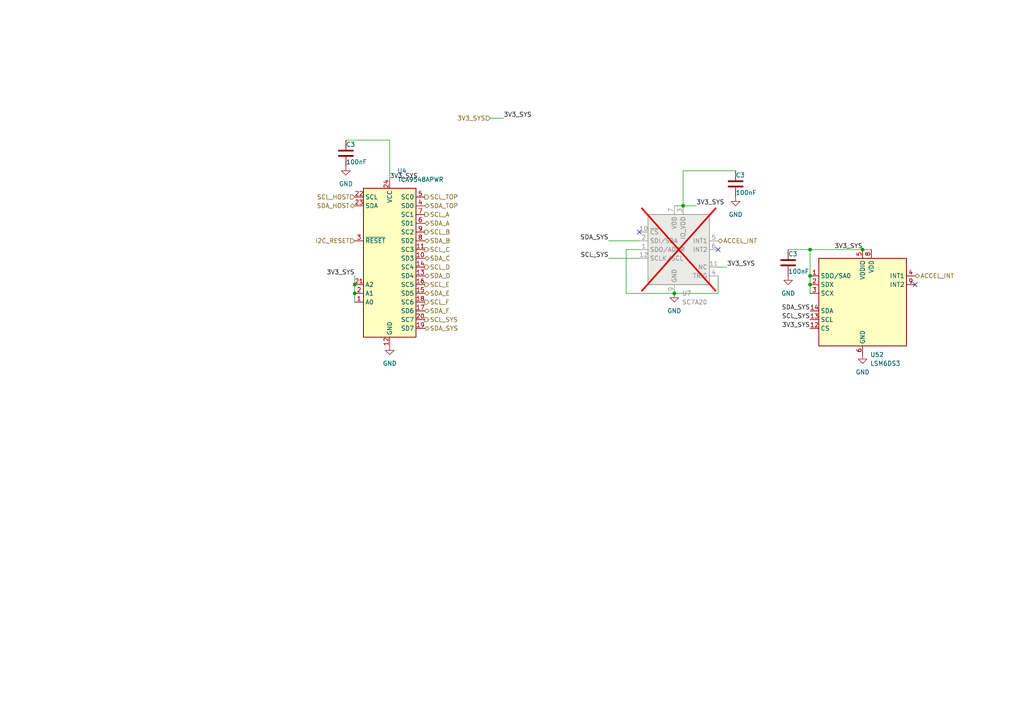
<source format=kicad_sch>
(kicad_sch (version 20230121) (generator eeschema)
  (paper "A4")
  (lib_symbols
    (symbol "Device:C" (pin_numbers hide) (pin_names (offset 0.254))
      (property "Reference" "C" (at 0.635 2.54 0))
      (property "Value" "C" (at 0.635 -2.54 0))
      (symbol "C_0_1"
        (polyline (pts (xy -2.032 -0.762) (xy 2.032 -0.762)) (stroke (width 0.508)))
        (polyline (pts (xy -2.032 0.762) (xy 2.032 0.762)) (stroke (width 0.508)))
      )
      (symbol "C_1_1"
        (pin passive line (at 0 3.81 270) (length 2.794) (name "~") (number "1"))
        (pin passive line (at 0 -3.81 90) (length 2.794) (name "~") (number "2"))
      )
    )
    (symbol "Interface_Expansion:TCA9548APWR"
      (property "Reference" "U" (at -7.62 21.59 0))
      (property "Value" "TCA9548APWR" (at 1.016 21.59 0))
      (symbol "TCA9548APWR_0_1"
        (rectangle (start -7.62 20.32) (end 7.62 -22.86) (stroke (width 0.254)) (fill (type background)))
      )
      (symbol "TCA9548APWR_1_1"
        (pin input line (at -10.16 -12.7 0) (length 2.54) (name "A0") (number "1"))
        (pin bidirectional line (at 10.16 0 180) (length 2.54) (name "SD3") (number "10"))
        (pin output line (at 10.16 2.54 180) (length 2.54) (name "SC3") (number "11"))
        (pin power_in line (at 0 -25.4 90) (length 2.54) (name "GND") (number "12"))
        (pin bidirectional line (at 10.16 -5.08 180) (length 2.54) (name "SD4") (number "13"))
        (pin output line (at 10.16 -2.54 180) (length 2.54) (name "SC4") (number "14"))
        (pin bidirectional line (at 10.16 -10.16 180) (length 2.54) (name "SD5") (number "15"))
        (pin output line (at 10.16 -7.62 180) (length 2.54) (name "SC5") (number "16"))
        (pin bidirectional line (at 10.16 -15.24 180) (length 2.54) (name "SD6") (number "17"))
        (pin output line (at 10.16 -12.7 180) (length 2.54) (name "SC6") (number "18"))
        (pin bidirectional line (at 10.16 -20.32 180) (length 2.54) (name "SD7") (number "19"))
        (pin input line (at -10.16 -10.16 0) (length 2.54) (name "A1") (number "2"))
        (pin output line (at 10.16 -17.78 180) (length 2.54) (name "SC7") (number "20"))
        (pin input line (at -10.16 -7.62 0) (length 2.54) (name "A2") (number "21"))
        (pin input line (at -10.16 17.78 0) (length 2.54) (name "SCL") (number "22"))
        (pin bidirectional line (at -10.16 15.24 0) (length 2.54) (name "SDA") (number "23"))
        (pin power_in line (at 0 22.86 270) (length 2.54) (name "VCC") (number "24"))
        (pin input line (at -10.16 5.08 0) (length 2.54) (name "~{RESET}") (number "3"))
        (pin bidirectional line (at 10.16 15.24 180) (length 2.54) (name "SD0") (number "4"))
        (pin output line (at 10.16 17.78 180) (length 2.54) (name "SC0") (number "5"))
        (pin bidirectional line (at 10.16 10.16 180) (length 2.54) (name "SD1") (number "6"))
        (pin output line (at 10.16 12.7 180) (length 2.54) (name "SC1") (number "7"))
        (pin bidirectional line (at 10.16 5.08 180) (length 2.54) (name "SD2") (number "8"))
        (pin output line (at 10.16 7.62 180) (length 2.54) (name "SC2") (number "9"))
      )
    )
    (symbol "Sensor_Motion:KX022-1020"
      (property "Reference" "U" (at -5.08 11.43 0))
      (property "Value" "KX022-1020" (at 3.81 11.43 0))
      (symbol "KX022-1020_0_1"
        (rectangle (start -7.62 10.16) (end 10.16 -10.16) (stroke (width 0.254)) (fill (type background)))
      )
      (symbol "KX022-1020_1_1"
        (pin bidirectional line (at -10.16 0 0) (length 2.54) (name "SDO/ADDR") (number "1"))
        (pin input line (at -10.16 5.08 0) (length 2.54) (name "~{CS}") (number "10"))
        (pin passive line (at 12.7 -5.08 180) (length 2.54) (name "NC") (number "11"))
        (pin input line (at -10.16 -2.54 0) (length 2.54) (name "SCLK/SCL") (number "12"))
        (pin bidirectional line (at -10.16 2.54 0) (length 2.54) (name "SDI/SDA") (number "2"))
        (pin power_in line (at 2.54 12.7 270) (length 2.54) (name "IO_VDD") (number "3"))
        (pin input line (at 12.7 -7.62 180) (length 2.54) (name "TRIG") (number "4"))
        (pin output line (at 12.7 2.54 180) (length 2.54) (name "INT1") (number "5"))
        (pin output line (at 12.7 0 180) (length 2.54) (name "INT2") (number "6"))
        (pin power_in line (at 0 12.7 270) (length 2.54) (name "VDD") (number "7"))
        (pin power_in line (at 0 -12.7 90) (length 2.54) (name "GND") (number "9"))
      )
    )
    (symbol "Sensor_Motion:LSM6DS3"
      (property "Reference" "U" (at -11.43 15.24 0))
      (property "Value" "LSM6DS3" (at -11.43 12.7 0))
      (symbol "LSM6DS3_0_1"
        (rectangle (start -12.7 12.7) (end 12.7 -12.7) (stroke (width 0.254)) (fill (type background)))
      )
      (symbol "LSM6DS3_1_1"
        (pin bidirectional line (at -15.24 7.62 0) (length 2.54) (name "SDO/SA0") (number "1"))
        (pin no_connect line (at 12.7 -5.08 180) (length 3.81) hide (name "NC") (number "10"))
        (pin no_connect line (at 12.7 -2.54 180) (length 3.81) hide (name "NC") (number "11"))
        (pin input line (at -15.24 -7.62 0) (length 2.54) (name "CS") (number "12"))
        (pin input line (at -15.24 -5.08 0) (length 2.54) (name "SCL") (number "13"))
        (pin bidirectional line (at -15.24 -2.54 0) (length 2.54) (name "SDA") (number "14"))
        (pin bidirectional line (at -15.24 5.08 0) (length 2.54) (name "SDX") (number "2"))
        (pin input line (at -15.24 2.54 0) (length 2.54) (name "SCX") (number "3"))
        (pin output line (at 15.24 7.62 180) (length 2.54) (name "INT1") (number "4"))
        (pin power_in line (at 0 15.24 270) (length 2.54) (name "VDDIO") (number "5"))
        (pin power_in line (at 0 -15.24 90) (length 2.54) (name "GND") (number "6"))
        (pin passive line (at 0 -15.24 90) (length 2.54) hide (name "GND") (number "7"))
        (pin power_in line (at 2.54 15.24 270) (length 2.54) (name "VDD") (number "8"))
        (pin output line (at 15.24 5.08 180) (length 2.54) (name "INT2") (number "9"))
      )
    )
    (symbol "power:GND" (power) (pin_names (offset 0))
      (property "Value" "GND" (at 0 -3.81 0))
      (symbol "GND_0_1"
        (polyline (pts (xy 0 0) (xy 0 -1.27) (xy 1.27 -1.27) (xy 0 -2.54) (xy -1.27 -1.27) (xy 0 -1.27)))
      )
      (symbol "GND_1_1"
        (pin power_in line (at 0 0 270) (length 0) hide (name "GND") (number "1"))
      )
    )
  )
  (junction (at 234.95 80.01))
  (junction (at 234.95 82.55))
  (junction (at 102.87 85.09))
  (junction (at 250.19 72.39))
  (junction (at 102.87 82.55))
  (junction (at 234.95 72.39))
  (junction (at 198.12 59.69))
  (junction (at 195.58 85.09))
  (no_connect (at 208.28 72.39))
  (no_connect (at 185.42 67.31))
  (no_connect (at 265.43 82.55))
  (wire (pts (xy 102.87 82.55) (xy 102.87 85.09)))
  (wire (pts (xy 198.12 59.69) (xy 201.93 59.69)))
  (wire (pts (xy 176.53 74.93) (xy 185.42 74.93)))
  (wire (pts (xy 113.03 40.64) (xy 100.33 40.64)))
  (wire (pts (xy 208.28 85.09) (xy 195.58 85.09)))
  (wire (pts (xy 176.53 69.85) (xy 185.42 69.85)))
  (wire (pts (xy 234.95 80.01) (xy 234.95 72.39)))
  (wire (pts (xy 213.36 49.53) (xy 198.12 49.53)))
  (wire (pts (xy 228.6 72.39) (xy 234.95 72.39)))
  (wire (pts (xy 102.87 80.01) (xy 102.87 82.55)))
  (wire (pts (xy 181.61 85.09) (xy 195.58 85.09)))
  (wire (pts (xy 234.95 82.55) (xy 234.95 80.01)))
  (wire (pts (xy 113.03 52.07) (xy 113.03 40.64)))
  (wire (pts (xy 234.95 85.09) (xy 234.95 82.55)))
  (wire (pts (xy 195.58 59.69) (xy 198.12 59.69)))
  (wire (pts (xy 234.95 72.39) (xy 250.19 72.39)))
  (wire (pts (xy 198.12 49.53) (xy 198.12 59.69)))
  (wire (pts (xy 181.61 72.39) (xy 181.61 85.09)))
  (wire (pts (xy 185.42 72.39) (xy 181.61 72.39)))
  (wire (pts (xy 102.87 85.09) (xy 102.87 87.63)))
  (wire (pts (xy 208.28 77.47) (xy 210.82 77.47)))
  (wire (pts (xy 208.28 80.01) (xy 208.28 85.09)))
  (wire (pts (xy 250.19 72.39) (xy 252.73 72.39)))
  (wire (pts (xy 142.24 34.29) (xy 146.05 34.29)))
  (label "3V3_SYS" (at 113.03 52.07 0))
  (label "3V3_SYS" (at 234.95 95.25 180))
  (label "SCL_SYS" (at 234.95 92.71 180))
  (label "SCL_SYS" (at 176.53 74.93 180))
  (label "3V3_SYS" (at 250.19 72.39 180))
  (label "SDA_SYS" (at 234.95 90.17 180))
  (label "3V3_SYS" (at 102.87 80.01 180))
  (label "3V3_SYS" (at 201.93 59.69 0))
  (label "3V3_SYS" (at 210.82 77.47 0))
  (label "SDA_SYS" (at 176.53 69.85 180))
  (label "3V3_SYS" (at 146.05 34.29 0))
  (hierarchical_label "3V3_SYS" (shape input) (at 142.24 34.29 180))
  (hierarchical_label "SCL_E" (shape output) (at 123.19 82.55 0))
  (hierarchical_label "SDA_D" (shape bidirectional) (at 123.19 80.01 0))
  (hierarchical_label "SDA_HOST" (shape bidirectional) (at 102.87 59.69 180))
  (hierarchical_label "SCL_SYS" (shape output) (at 123.19 92.71 0))
  (hierarchical_label "SCL_F" (shape output) (at 123.19 87.63 0))
  (hierarchical_label "SDA_B" (shape bidirectional) (at 123.19 69.85 0))
  (hierarchical_label "I2C_RESET" (shape input) (at 102.87 69.85 180))
  (hierarchical_label "ACCEL_INT" (shape bidirectional) (at 208.28 69.85 0))
  (hierarchical_label "SCL_B" (shape output) (at 123.19 67.31 0))
  (hierarchical_label "SDA_C" (shape bidirectional) (at 123.19 74.93 0))
  (hierarchical_label "SCL_HOST" (shape input) (at 102.87 57.15 180))
  (hierarchical_label "SCL_TOP" (shape output) (at 123.19 57.15 0))
  (hierarchical_label "SDA_F" (shape bidirectional) (at 123.19 90.17 0))
  (hierarchical_label "SCL_C" (shape output) (at 123.19 72.39 0))
  (hierarchical_label "SDA_A" (shape bidirectional) (at 123.19 64.77 0))
  (hierarchical_label "SDA_SYS" (shape bidirectional) (at 123.19 95.25 0))
  (hierarchical_label "SCL_D" (shape output) (at 123.19 77.47 0))
  (hierarchical_label "SDA_E" (shape bidirectional) (at 123.19 85.09 0))
  (hierarchical_label "SDA_TOP" (shape bidirectional) (at 123.19 59.69 0))
  (hierarchical_label "ACCEL_INT" (shape bidirectional) (at 265.43 80.01 0))
  (hierarchical_label "SCL_A" (shape output) (at 123.19 62.23 0))
  (symbol (lib_id "power:GND") (at 250.19 102.87 0) (unit 1)
    (property "Reference" "#PWR070" (effects hide))
    (property "Value" "GND" (at 250.19 107.95 0))
  )
  (symbol (lib_id "Interface_Expansion:TCA9548APWR") (at 113.03 74.93 0) (unit 1)
    (property "Reference" "U4" (at 115.2241 49.53 0) (effects (justify left)))
    (property "Value" "TCA9548APWR" (at 115.2241 52.07 0) (effects (justify left)))
    (property "Footprint" "Package_SO:TSSOP-24_4.4x7.8mm_P0.65mm" (effects hide))
    (property "Datasheet" "http://www.ti.com/lit/ds/symlink/tca9548a.pdf" (effects hide))
  )
  (symbol (lib_id "Device:C") (at 213.36 53.34 0) (unit 1)
    (property "Reference" "C3" (at 213.36 50.8 0) (effects (justify left)))
    (property "Value" "100nF" (at 213.36 55.88 0) (effects (justify left)))
    (property "Footprint" "Capacitor_SMD:C_0402_1005Metric" (effects hide))
    (instances (project "nodular-base" (path "" (reference "C3") (unit 1)) (path "" (reference "C42") (unit 1))))
  )
  (symbol (lib_id "power:GND") (at 228.6 80.01 0) (unit 1)
    (property "Reference" "#PWR071" (effects hide))
    (property "Value" "GND" (at 228.6 85.09 0))
  )
  (symbol (lib_id "Device:C") (at 100.33 44.45 0) (unit 1)
    (property "Reference" "C3" (at 100.33 41.91 0) (effects (justify left)))
    (property "Value" "100nF" (at 100.33 46.99 0) (effects (justify left)))
    (property "Footprint" "Capacitor_SMD:C_0402_1005Metric" (effects hide))
    (instances (project "nodular-base" (path "" (reference "C3") (unit 1)) (path "" (reference "C16") (unit 1))))
  )
  (symbol (lib_id "Device:C") (at 228.6 76.2 0) (unit 1)
    (property "Reference" "C3" (at 228.6 73.66 0) (effects (justify left)))
    (property "Value" "100nF" (at 228.6 78.74 0) (effects (justify left)))
    (property "Footprint" "Capacitor_SMD:C_0402_1005Metric" (effects hide))
    (instances (project "nodular-base" (path "" (reference "C3") (unit 1)) (path "" (reference "C50") (unit 1))))
  )
  (symbol (lib_id "power:GND") (at 213.36 57.15 0) (unit 1)
    (property "Reference" "#PWR061" (effects hide))
    (property "Value" "GND" (at 213.36 62.23 0))
  )
  (symbol (lib_id "power:GND") (at 195.58 85.09 0) (unit 1)
    (property "Reference" "#PWR050" (effects hide))
    (property "Value" "GND" (at 195.58 90.17 0))
  )
  (symbol (lib_id "power:GND") (at 113.03 100.33 0) (unit 1)
    (property "Reference" "#PWR042" (effects hide))
    (property "Value" "GND" (at 113.03 105.41 0))
  )
  (symbol (lib_id "Sensor_Motion:LSM6DS3") (at 250.19 87.63 0) (unit 1)
    (property "Reference" "U52" (at 252.3841 102.87 0) (effects (justify left)))
    (property "Value" "LSM6DS3" (at 252.3841 105.41 0) (effects (justify left)))
    (property "Footprint" "Package_LGA:LGA-14_3x2.5mm_P0.5mm_LayoutBorder3x4y" (effects hide))
    (property "Datasheet" "https://www.st.com/resource/en/datasheet/lsm6ds3tr-c.pdf" (effects hide))
  )
  (symbol (lib_id "power:GND") (at 100.33 48.26 0) (unit 1)
    (property "Reference" "#PWR062" (effects hide))
    (property "Value" "GND" (at 100.33 53.34 0))
  )
  (symbol (lib_id "Sensor_Motion:KX022-1020") (at 195.58 72.39 0) (unit 1) (dnp yes)
    (property "Reference" "U7" (at 197.7741 85.09 0) (effects (justify left)))
    (property "Value" "SC7A20" (at 197.7741 87.63 0) (effects (justify left)))
    (property "Footprint" "Package_LGA:LGA-12_2x2mm_P0.5mm" (effects hide))
    (property "Datasheet" "https://kionixfs.azureedge.net/en/datasheet/KX022-1020%20Specifications%20Rev%2012.0.pdf" (effects hide))
  )
)
</source>
